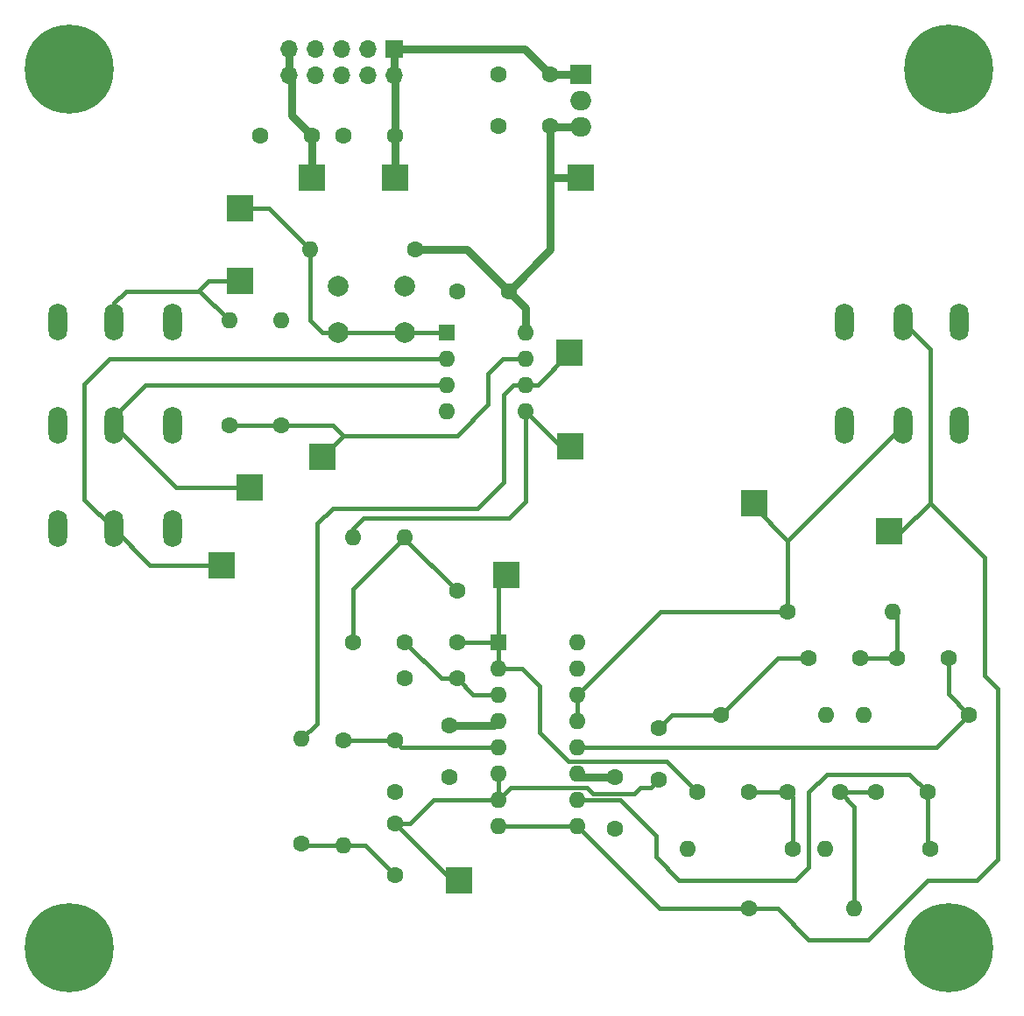
<source format=gtl>
G04 #@! TF.GenerationSoftware,KiCad,Pcbnew,(5.1.9)-1*
G04 #@! TF.CreationDate,2021-05-12T03:30:49-04:00*
G04 #@! TF.ProjectId,attiny_synth,61747469-6e79-45f7-9379-6e74682e6b69,rev?*
G04 #@! TF.SameCoordinates,Original*
G04 #@! TF.FileFunction,Copper,L1,Top*
G04 #@! TF.FilePolarity,Positive*
%FSLAX46Y46*%
G04 Gerber Fmt 4.6, Leading zero omitted, Abs format (unit mm)*
G04 Created by KiCad (PCBNEW (5.1.9)-1) date 2021-05-12 03:30:49*
%MOMM*%
%LPD*%
G01*
G04 APERTURE LIST*
G04 #@! TA.AperFunction,ComponentPad*
%ADD10C,1.600000*%
G04 #@! TD*
G04 #@! TA.AperFunction,ComponentPad*
%ADD11C,0.900000*%
G04 #@! TD*
G04 #@! TA.AperFunction,ComponentPad*
%ADD12C,8.600000*%
G04 #@! TD*
G04 #@! TA.AperFunction,ComponentPad*
%ADD13O,1.600000X1.600000*%
G04 #@! TD*
G04 #@! TA.AperFunction,ComponentPad*
%ADD14R,1.600000X1.600000*%
G04 #@! TD*
G04 #@! TA.AperFunction,ComponentPad*
%ADD15O,2.000000X1.905000*%
G04 #@! TD*
G04 #@! TA.AperFunction,ComponentPad*
%ADD16R,2.000000X1.905000*%
G04 #@! TD*
G04 #@! TA.AperFunction,SMDPad,CuDef*
%ADD17R,2.500000X2.500000*%
G04 #@! TD*
G04 #@! TA.AperFunction,ComponentPad*
%ADD18C,2.000000*%
G04 #@! TD*
G04 #@! TA.AperFunction,ComponentPad*
%ADD19O,1.800000X3.600000*%
G04 #@! TD*
G04 #@! TA.AperFunction,ComponentPad*
%ADD20O,1.700000X1.700000*%
G04 #@! TD*
G04 #@! TA.AperFunction,ComponentPad*
%ADD21R,1.700000X1.700000*%
G04 #@! TD*
G04 #@! TA.AperFunction,Conductor*
%ADD22C,0.800000*%
G04 #@! TD*
G04 #@! TA.AperFunction,Conductor*
%ADD23C,0.400000*%
G04 #@! TD*
G04 APERTURE END LIST*
D10*
X145250000Y-121000000D03*
X145250000Y-126000000D03*
X129250000Y-121000000D03*
X129250000Y-116000000D03*
X172500000Y-109500000D03*
X177500000Y-109500000D03*
X170500000Y-122500000D03*
X175500000Y-122500000D03*
X164000000Y-109500000D03*
X169000000Y-109500000D03*
X162000000Y-122500000D03*
X167000000Y-122500000D03*
X149500000Y-121250000D03*
X149500000Y-116250000D03*
X153250000Y-122500000D03*
X158250000Y-122500000D03*
X130000000Y-74000000D03*
X135000000Y-74000000D03*
X116000000Y-59000000D03*
X111000000Y-59000000D03*
X119000000Y-59000000D03*
X124000000Y-59000000D03*
X124000000Y-130500000D03*
X124000000Y-125500000D03*
X130000000Y-103000000D03*
X130000000Y-108000000D03*
X124000000Y-122500000D03*
X124000000Y-117500000D03*
X125000000Y-111500000D03*
X130000000Y-111500000D03*
X134000000Y-58000000D03*
X139000000Y-58000000D03*
X134000000Y-53000000D03*
X139000000Y-53000000D03*
D11*
X179780419Y-50219581D03*
X177500000Y-49275000D03*
X175219581Y-50219581D03*
X174275000Y-52500000D03*
X175219581Y-54780419D03*
X177500000Y-55725000D03*
X179780419Y-54780419D03*
X180725000Y-52500000D03*
D12*
X177500000Y-52500000D03*
D11*
X179780419Y-135219581D03*
X177500000Y-134275000D03*
X175219581Y-135219581D03*
X174275000Y-137500000D03*
X175219581Y-139780419D03*
X177500000Y-140725000D03*
X179780419Y-139780419D03*
X180725000Y-137500000D03*
D12*
X177500000Y-137500000D03*
D11*
X94780419Y-135219581D03*
X92500000Y-134275000D03*
X90219581Y-135219581D03*
X89275000Y-137500000D03*
X90219581Y-139780419D03*
X92500000Y-140725000D03*
X94780419Y-139780419D03*
X95725000Y-137500000D03*
D12*
X92500000Y-137500000D03*
D11*
X94780419Y-50219581D03*
X92500000Y-49275000D03*
X90219581Y-50219581D03*
X89275000Y-52500000D03*
X90219581Y-54780419D03*
X92500000Y-55725000D03*
X94780419Y-54780419D03*
X95725000Y-52500000D03*
D12*
X92500000Y-52500000D03*
D13*
X141620000Y-108000000D03*
X134000000Y-125780000D03*
X141620000Y-110540000D03*
X134000000Y-123240000D03*
X141620000Y-113080000D03*
X134000000Y-120700000D03*
X141620000Y-115620000D03*
X134000000Y-118160000D03*
X141620000Y-118160000D03*
X134000000Y-115620000D03*
X141620000Y-120700000D03*
X134000000Y-113080000D03*
X141620000Y-123240000D03*
X134000000Y-110540000D03*
X141620000Y-125780000D03*
D14*
X134000000Y-108000000D03*
D13*
X136620000Y-78000000D03*
X129000000Y-85620000D03*
X136620000Y-80540000D03*
X129000000Y-83080000D03*
X136620000Y-83080000D03*
X129000000Y-80540000D03*
X136620000Y-85620000D03*
D14*
X129000000Y-78000000D03*
D15*
X142000000Y-58080000D03*
X142000000Y-55540000D03*
D16*
X142000000Y-53000000D03*
D17*
X107250000Y-100500000D03*
X110000000Y-93000000D03*
X117000000Y-90000000D03*
X109000000Y-73000000D03*
X158750000Y-94500000D03*
X171750000Y-97250000D03*
X142000000Y-63000000D03*
X130250000Y-131000000D03*
X134750000Y-101500000D03*
X116000000Y-63000000D03*
X124000000Y-63000000D03*
X109000000Y-66000000D03*
X140900000Y-80000000D03*
X141000000Y-89000000D03*
D18*
X118500000Y-78000000D03*
X118500000Y-73500000D03*
X125000000Y-78000000D03*
X125000000Y-73500000D03*
D13*
X172160000Y-105000000D03*
D10*
X162000000Y-105000000D03*
D13*
X168410000Y-133750000D03*
D10*
X158250000Y-133750000D03*
D13*
X169340000Y-115000000D03*
D10*
X179500000Y-115000000D03*
D13*
X165590000Y-128000000D03*
D10*
X175750000Y-128000000D03*
D13*
X165660000Y-115000000D03*
D10*
X155500000Y-115000000D03*
D13*
X152340000Y-128000000D03*
D10*
X162500000Y-128000000D03*
D13*
X119000000Y-127660000D03*
D10*
X119000000Y-117500000D03*
D13*
X125000000Y-97840000D03*
D10*
X125000000Y-108000000D03*
D13*
X115000000Y-117340000D03*
D10*
X115000000Y-127500000D03*
D13*
X120000000Y-97840000D03*
D10*
X120000000Y-108000000D03*
D13*
X113000000Y-76840000D03*
D10*
X113000000Y-87000000D03*
D13*
X108000000Y-76840000D03*
D10*
X108000000Y-87000000D03*
D13*
X115840000Y-70000000D03*
D10*
X126000000Y-70000000D03*
D19*
X167450000Y-87000000D03*
X173150000Y-87000000D03*
X178550000Y-87000000D03*
X167450000Y-77000000D03*
X173150000Y-77000000D03*
X178550000Y-77000000D03*
X102550000Y-97000000D03*
X96850000Y-97000000D03*
X91450000Y-97000000D03*
X102550000Y-87000000D03*
X96850000Y-87000000D03*
X91450000Y-87000000D03*
X102550000Y-77000000D03*
X96850000Y-77000000D03*
X91450000Y-77000000D03*
D20*
X113750000Y-53130000D03*
X113750000Y-50590000D03*
X116290000Y-53130000D03*
X116290000Y-50590000D03*
X118830000Y-53130000D03*
X118830000Y-50590000D03*
X121370000Y-53130000D03*
X121370000Y-50590000D03*
X123910000Y-53130000D03*
D21*
X123910000Y-50590000D03*
D22*
X124000000Y-53220000D02*
X123910000Y-53130000D01*
X124000000Y-59000000D02*
X124000000Y-53220000D01*
X123910000Y-53130000D02*
X123910000Y-50590000D01*
X139000000Y-53000000D02*
X142000000Y-53000000D01*
X139000000Y-53000000D02*
X137000000Y-51000000D01*
X136590000Y-50590000D02*
X137000000Y-51000000D01*
X123910000Y-50590000D02*
X136590000Y-50590000D01*
X124000000Y-63000000D02*
X124000000Y-59000000D01*
X133620000Y-116000000D02*
X134000000Y-115620000D01*
X129250000Y-116000000D02*
X133620000Y-116000000D01*
X139080000Y-58080000D02*
X139000000Y-58000000D01*
X142000000Y-58080000D02*
X139080000Y-58080000D01*
X136620000Y-75620000D02*
X135000000Y-74000000D01*
X136620000Y-78000000D02*
X136620000Y-75620000D01*
X135000000Y-74000000D02*
X139000000Y-70000000D01*
X142000000Y-63000000D02*
X139000000Y-63000000D01*
X139000000Y-63000000D02*
X139000000Y-58000000D01*
X139000000Y-70000000D02*
X139000000Y-63000000D01*
X131000000Y-70000000D02*
X135000000Y-74000000D01*
X126000000Y-70000000D02*
X131000000Y-70000000D01*
D23*
X131580000Y-113080000D02*
X130000000Y-111500000D01*
X134000000Y-113080000D02*
X131580000Y-113080000D01*
X128500000Y-111500000D02*
X125000000Y-108000000D01*
X130000000Y-111500000D02*
X128500000Y-111500000D01*
X124000000Y-117500000D02*
X119000000Y-117500000D01*
X124660000Y-118160000D02*
X124000000Y-117500000D01*
X134000000Y-118160000D02*
X124660000Y-118160000D01*
X125000000Y-98000000D02*
X125000000Y-97840000D01*
X130000000Y-103000000D02*
X125000000Y-98000000D01*
X120000000Y-102840000D02*
X125000000Y-97840000D01*
X120000000Y-108000000D02*
X120000000Y-102840000D01*
X134000000Y-110540000D02*
X134000000Y-108000000D01*
X134000000Y-108000000D02*
X130000000Y-108000000D01*
X150249999Y-119499999D02*
X140749999Y-119499999D01*
X153250000Y-122500000D02*
X150249999Y-119499999D01*
X140749999Y-119499999D02*
X138000000Y-116750000D01*
X138000000Y-116750000D02*
X138000000Y-112250000D01*
X136290000Y-110540000D02*
X134000000Y-110540000D01*
X138000000Y-112250000D02*
X136290000Y-110540000D01*
X134000000Y-102250000D02*
X134750000Y-101500000D01*
X134000000Y-108000000D02*
X134000000Y-102250000D01*
X115160000Y-127660000D02*
X115000000Y-127500000D01*
X119000000Y-127660000D02*
X115160000Y-127660000D01*
X121160000Y-127660000D02*
X119000000Y-127660000D01*
X124000000Y-130500000D02*
X121160000Y-127660000D01*
X124000000Y-125500000D02*
X125500000Y-125500000D01*
X132760000Y-123240000D02*
X134000000Y-123240000D01*
X125500000Y-125500000D02*
X127760000Y-123240000D01*
X134000000Y-120700000D02*
X134000000Y-123240000D01*
X127760000Y-123240000D02*
X132760000Y-123240000D01*
X135200001Y-122039999D02*
X134000000Y-123240000D01*
X149500000Y-121250000D02*
X148710001Y-122039999D01*
X148710001Y-122039999D02*
X147710001Y-122039999D01*
X147710001Y-122039999D02*
X147110010Y-122639990D01*
X147110010Y-122639990D02*
X143139990Y-122639990D01*
X142539999Y-122039999D02*
X135200001Y-122039999D01*
X143139990Y-122639990D02*
X142539999Y-122039999D01*
X129500000Y-131000000D02*
X124000000Y-125500000D01*
X130250000Y-131000000D02*
X129500000Y-131000000D01*
D22*
X113750000Y-50590000D02*
X113750000Y-53130000D01*
X116000000Y-63000000D02*
X116000000Y-59000000D01*
X116000000Y-59000000D02*
X114000000Y-57000000D01*
X114000000Y-53380000D02*
X113750000Y-53130000D01*
X114000000Y-57000000D02*
X114000000Y-53380000D01*
X141920000Y-121000000D02*
X141620000Y-120700000D01*
X145250000Y-121000000D02*
X141920000Y-121000000D01*
D23*
X158250000Y-122500000D02*
X162000000Y-122500000D01*
X162500000Y-123000000D02*
X162000000Y-122500000D01*
X162500000Y-128000000D02*
X162500000Y-123000000D01*
X161000000Y-109500000D02*
X155500000Y-115000000D01*
X164000000Y-109500000D02*
X161000000Y-109500000D01*
X150750000Y-115000000D02*
X149500000Y-116250000D01*
X155500000Y-115000000D02*
X150750000Y-115000000D01*
X168410000Y-123910000D02*
X167000000Y-122500000D01*
X168410000Y-133750000D02*
X168410000Y-123910000D01*
X170500000Y-122500000D02*
X167000000Y-122500000D01*
X169000000Y-109500000D02*
X172500000Y-109500000D01*
X172500000Y-105340000D02*
X172160000Y-105000000D01*
X172500000Y-109500000D02*
X172500000Y-105340000D01*
X175500000Y-127750000D02*
X175750000Y-128000000D01*
X175500000Y-122500000D02*
X175500000Y-127750000D01*
X175500000Y-122500000D02*
X173750000Y-120750000D01*
X173750000Y-120750000D02*
X165750000Y-120750000D01*
X165750000Y-120750000D02*
X164000000Y-122500000D01*
X164000000Y-122500000D02*
X164000000Y-129750000D01*
X164000000Y-129750000D02*
X162750000Y-131000000D01*
X162750000Y-131000000D02*
X151500000Y-131000000D01*
X145803998Y-123240000D02*
X149250000Y-126686002D01*
X141620000Y-123240000D02*
X145803998Y-123240000D01*
X149250000Y-128750000D02*
X151500000Y-131000000D01*
X149250000Y-126686002D02*
X149250000Y-128750000D01*
X177500000Y-113000000D02*
X179500000Y-115000000D01*
X177500000Y-109500000D02*
X177500000Y-113000000D01*
X176340000Y-118160000D02*
X179500000Y-115000000D01*
X141620000Y-118160000D02*
X176340000Y-118160000D01*
X129000000Y-78000000D02*
X125000000Y-78000000D01*
X125000000Y-78000000D02*
X118500000Y-78000000D01*
X118500000Y-78000000D02*
X117000000Y-78000000D01*
X115840000Y-76840000D02*
X115840000Y-70000000D01*
X117000000Y-78000000D02*
X115840000Y-76840000D01*
X111840000Y-66000000D02*
X115840000Y-70000000D01*
X109000000Y-66000000D02*
X111840000Y-66000000D01*
X96850000Y-77000000D02*
X96850000Y-75150000D01*
X96850000Y-75150000D02*
X98000000Y-74000000D01*
X108000000Y-76840000D02*
X105160000Y-74000000D01*
X106000000Y-73000000D02*
X105000000Y-74000000D01*
X109000000Y-73000000D02*
X106000000Y-73000000D01*
X105000000Y-74000000D02*
X98000000Y-74000000D01*
X105160000Y-74000000D02*
X105000000Y-74000000D01*
X108000000Y-87000000D02*
X113000000Y-87000000D01*
X119000000Y-88000000D02*
X117000000Y-90000000D01*
X130000000Y-88000000D02*
X119000000Y-88000000D01*
X133000000Y-85000000D02*
X130000000Y-88000000D01*
X133000000Y-82000000D02*
X133000000Y-85000000D01*
X134460000Y-80540000D02*
X133000000Y-82000000D01*
X136620000Y-80540000D02*
X134460000Y-80540000D01*
X113000000Y-87000000D02*
X118000000Y-87000000D01*
X118000000Y-87000000D02*
X119000000Y-88000000D01*
X136620000Y-94380000D02*
X136620000Y-85620000D01*
X135000000Y-96000000D02*
X136620000Y-94380000D01*
X121000000Y-96000000D02*
X135000000Y-96000000D01*
X120000000Y-97000000D02*
X121000000Y-96000000D01*
X120000000Y-97840000D02*
X120000000Y-97000000D01*
X140000000Y-89000000D02*
X136620000Y-85620000D01*
X141000000Y-89000000D02*
X140000000Y-89000000D01*
X116500000Y-115840000D02*
X115000000Y-117340000D01*
X116500000Y-96500000D02*
X116500000Y-115840000D01*
X118000000Y-95000000D02*
X116500000Y-96500000D01*
X132000000Y-95000000D02*
X118000000Y-95000000D01*
X134500000Y-92500000D02*
X132000000Y-95000000D01*
X134500000Y-84000000D02*
X134500000Y-92500000D01*
X135420000Y-83080000D02*
X134500000Y-84000000D01*
X136620000Y-83080000D02*
X135420000Y-83080000D01*
X137820000Y-83080000D02*
X140900000Y-80000000D01*
X136620000Y-83080000D02*
X137820000Y-83080000D01*
X158250000Y-133750000D02*
X149590000Y-133750000D01*
X149590000Y-133750000D02*
X141620000Y-125780000D01*
X141620000Y-125780000D02*
X134970000Y-125780000D01*
X175750000Y-79600000D02*
X173150000Y-77000000D01*
X181000000Y-99750000D02*
X175750000Y-94500000D01*
X182250000Y-112473998D02*
X181000000Y-111223998D01*
X175750000Y-94500000D02*
X175750000Y-79600000D01*
X180250000Y-131000000D02*
X182250000Y-129000000D01*
X175500000Y-131000000D02*
X180250000Y-131000000D01*
X169750000Y-136750000D02*
X175500000Y-131000000D01*
X181000000Y-111223998D02*
X181000000Y-99750000D01*
X164000000Y-136750000D02*
X169750000Y-136750000D01*
X182250000Y-129000000D02*
X182250000Y-112473998D01*
X161000000Y-133750000D02*
X164000000Y-136750000D01*
X158250000Y-133750000D02*
X161000000Y-133750000D01*
X173000000Y-97250000D02*
X175750000Y-94500000D01*
X171750000Y-97250000D02*
X173000000Y-97250000D01*
X134000000Y-125780000D02*
X141620000Y-125780000D01*
X141620000Y-113080000D02*
X141620000Y-115620000D01*
X141620000Y-113080000D02*
X149700000Y-105000000D01*
X149700000Y-105000000D02*
X162000000Y-105000000D01*
X162000000Y-98150000D02*
X173150000Y-87000000D01*
X162000000Y-105000000D02*
X162000000Y-98150000D01*
X158750000Y-94900000D02*
X162000000Y-98150000D01*
X158750000Y-94500000D02*
X158750000Y-94900000D01*
X96850000Y-87000000D02*
X97000000Y-86850000D01*
X97000000Y-86850000D02*
X97000000Y-86000000D01*
X99920000Y-83080000D02*
X129000000Y-83080000D01*
X97000000Y-86000000D02*
X99920000Y-83080000D01*
X102850000Y-93000000D02*
X96850000Y-87000000D01*
X110000000Y-93000000D02*
X102850000Y-93000000D01*
X94000000Y-94150000D02*
X96850000Y-97000000D01*
X94000000Y-83000000D02*
X94000000Y-94150000D01*
X96460000Y-80540000D02*
X94000000Y-83000000D01*
X129000000Y-80540000D02*
X96460000Y-80540000D01*
X100350000Y-100500000D02*
X96850000Y-97000000D01*
X107250000Y-100500000D02*
X100350000Y-100500000D01*
M02*

</source>
